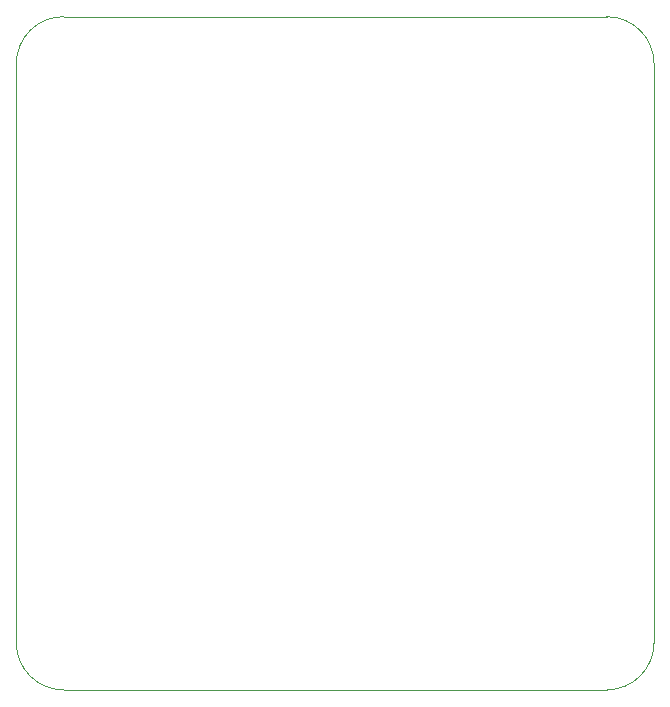
<source format=gbr>
%TF.GenerationSoftware,KiCad,Pcbnew,8.0.5*%
%TF.CreationDate,2024-10-08T13:01:27+02:00*%
%TF.ProjectId,ESE_AL8,4553455f-414c-4382-9e6b-696361645f70,rev?*%
%TF.SameCoordinates,Original*%
%TF.FileFunction,Profile,NP*%
%FSLAX46Y46*%
G04 Gerber Fmt 4.6, Leading zero omitted, Abs format (unit mm)*
G04 Created by KiCad (PCBNEW 8.0.5) date 2024-10-08 13:01:27*
%MOMM*%
%LPD*%
G01*
G04 APERTURE LIST*
%TA.AperFunction,Profile*%
%ADD10C,0.050000*%
%TD*%
G04 APERTURE END LIST*
D10*
X134000000Y-123000000D02*
G75*
G02*
X130000000Y-119000000I0J4000000D01*
G01*
X130000000Y-70000000D02*
X130000000Y-119000000D01*
X130000000Y-70000000D02*
G75*
G02*
X134000000Y-66000000I4000000J0D01*
G01*
X180000000Y-66000000D02*
G75*
G02*
X184000000Y-70000000I0J-4000000D01*
G01*
X180000000Y-123000000D02*
X134000000Y-123000000D01*
X184000000Y-70000000D02*
X184000000Y-119000000D01*
X184000000Y-119000000D02*
G75*
G02*
X180000000Y-123000000I-4000000J0D01*
G01*
X134000000Y-66000000D02*
X180000000Y-66000000D01*
M02*

</source>
